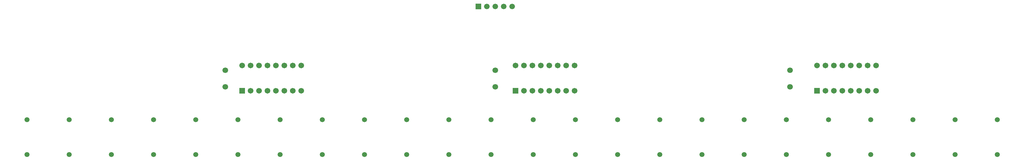
<source format=gbs>
G04 Layer: BottomSolderMaskLayer*
G04 EasyEDA v6.5.43, 2024-08-28 13:52:04*
G04 cb6e2e9fbd21486d88ae5690d2d3dc00,10*
G04 Gerber Generator version 0.2*
G04 Scale: 100 percent, Rotated: No, Reflected: No *
G04 Dimensions in millimeters *
G04 leading zeros omitted , absolute positions ,4 integer and 5 decimal *
%FSLAX45Y45*%
%MOMM*%

%AMMACRO1*4,1,8,-0.8211,-0.8508,-0.8508,-0.821,-0.8508,0.821,-0.8211,0.8508,0.821,0.8508,0.8508,0.821,0.8508,-0.821,0.821,-0.8508,-0.8211,-0.8508,0*%
%AMMACRO2*4,1,8,-0.8211,-0.8508,-0.8508,-0.821,-0.8508,0.8211,-0.8211,0.8508,0.821,0.8508,0.8508,0.8211,0.8508,-0.821,0.821,-0.8508,-0.8211,-0.8508,0*%
%AMMACRO3*4,1,8,-0.8085,-0.8382,-0.8382,-0.8084,-0.8382,0.8085,-0.8085,0.8382,0.8084,0.8382,0.8382,0.8085,0.8382,-0.8084,0.8084,-0.8382,-0.8085,-0.8382,0*%
%ADD10C,1.7000*%
%ADD11C,1.7016*%
%ADD12MACRO1*%
%ADD13MACRO2*%
%ADD14C,1.6764*%
%ADD15MACRO3*%
%ADD16C,1.5016*%
%ADD17C,1.5020*%

%LPD*%
D10*
G01*
X6477000Y4682294D03*
G01*
X6477000Y4182295D03*
G01*
X14605000Y4182320D03*
G01*
X14605000Y4682319D03*
G01*
X23482300Y4182320D03*
G01*
X23482300Y4682319D03*
D11*
G01*
X6985000Y4826000D03*
G01*
X7239000Y4826000D03*
G01*
X7493000Y4826000D03*
G01*
X7747000Y4826000D03*
G01*
X8001000Y4826000D03*
G01*
X8255000Y4826000D03*
G01*
X8509000Y4826000D03*
G01*
X8763000Y4826000D03*
G01*
X8763000Y4064000D03*
G01*
X8509000Y4064000D03*
G01*
X8255000Y4064000D03*
G01*
X8001000Y4064000D03*
G01*
X7747000Y4064000D03*
G01*
X7493000Y4064000D03*
G01*
X7239000Y4064000D03*
D12*
G01*
X6984992Y4063993D03*
D11*
G01*
X15214600Y4826000D03*
G01*
X15468600Y4826000D03*
G01*
X15722600Y4826000D03*
G01*
X15976600Y4826000D03*
G01*
X16230600Y4826000D03*
G01*
X16484600Y4826000D03*
G01*
X16738600Y4826000D03*
G01*
X16992600Y4826000D03*
G01*
X16992600Y4064000D03*
G01*
X16738600Y4064000D03*
G01*
X16484600Y4064000D03*
G01*
X16230600Y4064000D03*
G01*
X15976600Y4064000D03*
G01*
X15722600Y4064000D03*
G01*
X15468600Y4064000D03*
D12*
G01*
X15214592Y4063993D03*
D11*
G01*
X24295100Y4826000D03*
G01*
X24549100Y4826000D03*
G01*
X24803100Y4826000D03*
G01*
X25057100Y4826000D03*
G01*
X25311100Y4826000D03*
G01*
X25565100Y4826000D03*
G01*
X25819100Y4826000D03*
G01*
X26073100Y4826000D03*
G01*
X26073100Y4064000D03*
G01*
X25819100Y4064000D03*
G01*
X25565100Y4064000D03*
G01*
X25311100Y4064000D03*
G01*
X25057100Y4064000D03*
G01*
X24803100Y4064000D03*
G01*
X24549100Y4064000D03*
D13*
G01*
X24295092Y4064002D03*
D14*
G01*
X15113000Y6604000D03*
G01*
X14859000Y6604000D03*
G01*
X14605000Y6604000D03*
G01*
X14351000Y6604000D03*
D15*
G01*
X14097000Y6604000D03*
D16*
G01*
X10668000Y3191992D03*
G01*
X10668000Y2142007D03*
G01*
X11938000Y3191992D03*
G01*
X11938000Y2142007D03*
G01*
X13208000Y3191992D03*
G01*
X13208000Y2142007D03*
G01*
X14478000Y3191992D03*
G01*
X14478000Y2142007D03*
G01*
X15748000Y3191992D03*
G01*
X15748000Y2142007D03*
G01*
X17018000Y3191992D03*
G01*
X17018000Y2142007D03*
G01*
X18288000Y3191992D03*
G01*
X18288000Y2142007D03*
G01*
X19558000Y3191992D03*
G01*
X19558000Y2142007D03*
G01*
X20828000Y3191992D03*
G01*
X20828000Y2142007D03*
G01*
X22098000Y3191992D03*
G01*
X22098000Y2142007D03*
G01*
X23368000Y3191992D03*
G01*
X23368000Y2142007D03*
G01*
X24638000Y3191992D03*
G01*
X24638000Y2142007D03*
G01*
X25907949Y3191992D03*
G01*
X25907949Y2142007D03*
G01*
X27177949Y3191992D03*
G01*
X27177949Y2142007D03*
G01*
X28447949Y3191992D03*
G01*
X28447949Y2142007D03*
G01*
X29717949Y3191992D03*
G01*
X29717949Y2142007D03*
D17*
G01*
X8127974Y2141981D03*
G01*
X8127974Y3191992D03*
G01*
X6858000Y2141981D03*
G01*
X6858000Y3191992D03*
G01*
X5588000Y2141981D03*
G01*
X5588000Y3191992D03*
G01*
X4318000Y2141981D03*
G01*
X4318000Y3191992D03*
G01*
X3048000Y2141981D03*
G01*
X3048000Y3191992D03*
G01*
X1778000Y2141981D03*
G01*
X1778000Y3191992D03*
G01*
X508000Y2141981D03*
G01*
X508000Y3191992D03*
G01*
X9397949Y2141981D03*
G01*
X9397949Y3191992D03*
M02*

</source>
